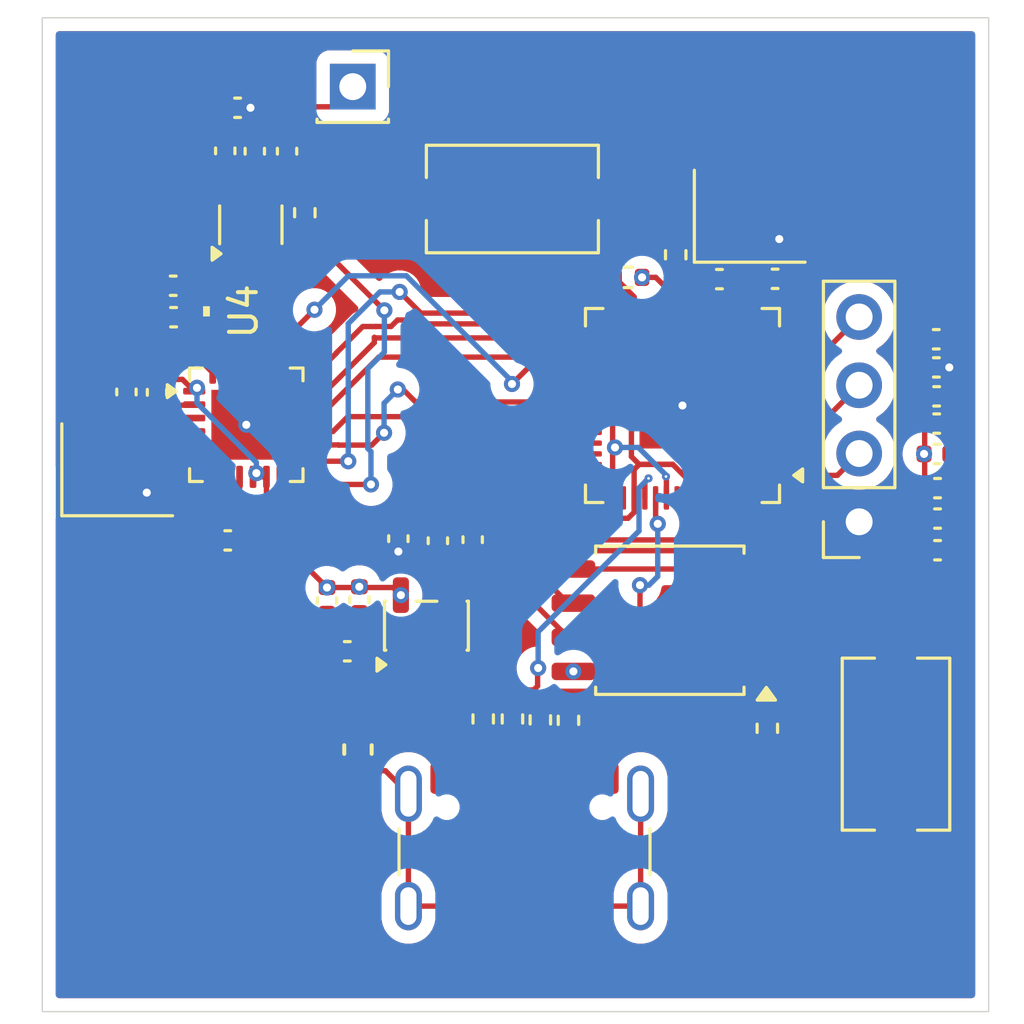
<source format=kicad_pcb>
(kicad_pcb (version 20241229) (generator "pcbnew") (generator_version "9.0")
  (layers (0 "F.Cu" signal) (4 "In1.Cu" signal) (6 "In2.Cu" signal) (2 "B.Cu" signal) (13 "F.Paste" user) (15 "B.Paste" user) (5 "F.SilkS" user "F.Silkscreen") (7 "B.SilkS" user "B.Silkscreen") (1 "F.Mask" user) (3 "B.Mask" user) (25 "Edge.Cuts" user))
  (net 0 "")
  (net 1 "Net-(AE1-A)")
  (net 2 "Earth")
  (net 3 "+3V3")
  (net 4 "/SX_VR_PA")
  (net 5 "Net-(C4-Pad2)")
  (net 6 "Net-(U3-CTRL)")
  (net 7 "Net-(C7-Pad2)")
  (net 8 "Net-(U3-RFIN)")
  (net 9 "/XIN")
  (net 10 "Net-(C10-Pad1)")
  (net 11 "Net-(C11-Pad2)")
  (net 12 "+1V1")
  (net 13 "VBUS")
  (net 14 "Net-(J1-SHIELD)")
  (net 16 "/USB_DM")
  (net 17 "/USB_DP")
  (net 18 "Net-(J1-CC2)")
  (net 19 "Net-(J1-CC1)")
  (net 21 "Net-(U1-DCC_SW)")
  (net 22 "/SX_RFO")
  (net 23 "/SX_DIO2")
  (net 24 "Net-(U2-USB_DM)")
  (net 25 "Net-(U2-USB_DP)")
  (net 26 "/RUN")
  (net 27 "/XOUT")
  (net 28 "/SPI_MISO")
  (net 29 "/SX_RFI_P")
  (net 30 "/SX_BUSY")
  (net 31 "/SPI_CLK")
  (net 32 "/SX_DIO1")
  (net 33 "/SX_NSS")
  (net 34 "/SX_DIO3")
  (net 35 "/SX_RFI_N")
  (net 36 "/SX_XTA")
  (net 37 "/SX_XTB")
  (net 38 "/SX_NRST")
  (net 39 "/SPI_MOSI")
  (net 43 "/QSPI_SD1")
  (net 44 "/SDA")
  (net 45 "/QSPI_SD2")
  (net 49 "/QSPI_SD0")
  (net 59 "/QSPI_SCLK")
  (net 60 "/QSPI_SD3")
  (net 62 "/QSPI_SS")
  (net 67 "/SCL")
  (net 72 "Net-(U3-RF2)")
  (net 73 "Net-(U3-RF1)")
  (net 75 "Net-(R8-Pad2)")
  (net 76 "Net-(U1-VREG)")
  (footprint "Capacitor_SMD:C_0402_1005Metric" (layer "F.Cu") (at 141.508912 83.763954 180)
    (property "Reference" "C25" (hide yes))
    (property "Value" "10uF" (hide yes))
  )
  (footprint "Connector_PinSocket_2.54mm:PinSocket_1x01_P2.54mm_Vertical" (layer "F.Cu") (at 141.712438 62.755749)
    (property "Reference" "AE1" (hide yes))
    (property "Value" "Antenna" (hide yes))
  )
  (footprint "Package_DFN_QFN:QFN-56-1EP_7x7mm_P0.4mm_EP3.2x3.2mm" (layer "F.Cu") (at 153.98125 74.61875 180)
    (property "Reference" "U2" (hide yes))
    (property "Value" "RP2040" (hide yes))
  )
  (footprint "Connector_PinSocket_2.54mm:PinSocket_1x04_P2.54mm_Vertical" (layer "F.Cu") (at 160.554252 78.945382 180)
    (property "Reference" "J2" (hide yes))
    (property "Value" "Conn_01x04" (hide yes))
  )
  (footprint "Resistor_SMD:R_0402_1005Metric" (layer "F.Cu") (at 153.729086 69.010436 -90)
    (property "Reference" "R5" (hide yes))
    (property "Value" "1k" (hide yes))
  )
  (footprint "Capacitor_SMD:C_0402_1005Metric" (layer "F.Cu") (at 137.061371 79.638366)
    (property "Reference" "C3" (hide yes))
    (property "Value" "470nF" (hide yes))
  )
  (footprint "Capacitor_SMD:C_0402_1005Metric" (layer "F.Cu") (at 157.426848 69.905239)
    (property "Reference" "C11" (hide yes))
    (property "Value" "15pF" (hide yes))
  )
  (footprint "Capacitor_SMD:C_0402_1005Metric" (layer "F.Cu") (at 155.355493 69.916283 180)
    (property "Reference" "C10" (hide yes))
    (property "Value" "15pF" (hide yes))
  )
  (footprint "Package_SO:SOIC-8_5.3x5.3mm_P1.27mm" (layer "F.Cu") (at 153.510597 82.607929 180)
    (property "Reference" "U5" (hide yes))
    (property "Value" "W25Q16JVSS" (hide yes))
  )
  (footprint "0900FM15D0039001E:0900FM15D0039E_JOT" (layer "F.Cu") (at 137.650665 71.115034 90)
    (property "Reference" "U4")
    (property "Value" "0900FM15D0039E" (hide yes))
  )
  (footprint "Resistor_SMD:R_0402_1005Metric" (layer "F.Cu") (at 157.138201 86.629057 -90)
    (property "Reference" "R8" (hide yes))
    (property "Value" "1K" (hide yes))
  )
  (footprint "Button_Switch_SMD:SW_Tactile_SPST_NO_Straight_CK_PTS636Sx25SMTRLFS" (layer "F.Cu") (at 161.925 87.21875 -90)
    (property "Reference" "SW1" (hide yes))
    (property "Value" "SW_Push" (hide yes))
  )
  (footprint "Capacitor_SMD:C_0402_1005Metric" (layer "F.Cu") (at 163.449348 76.420248)
    (property "Reference" "C17" (hide yes))
    (property "Value" "100nF" (hide yes))
  )
  (footprint "Package_DFN_QFN:QFN-24-1EP_4x4mm_P0.5mm_EP2.6x2.6mm" (layer "F.Cu") (at 137.751427 75.335605)
    (property "Reference" "U1" (hide yes))
    (property "Value" "SX1262IMLTRT" (hide yes))
  )
  (footprint "Capacitor_SMD:C_0402_1005Metric" (layer "F.Cu") (at 163.422815 72.154566)
    (property "Reference" "C19" (hide yes))
    (property "Value" "100nF" (hide yes))
  )
  (footprint "Resistor_SMD:R_0402_1005Metric" (layer "F.Cu") (at 146.566225 86.280261 90)
    (property "Reference" "R6" (hide yes))
    (property "Value" "5.1k" (hide yes))
  )
  (footprint "Capacitor_SMD:C_0402_1005Metric" (layer "F.Cu") (at 144.880355 79.650218 90)
    (property "Reference" "C20" (hide yes))
    (property "Value" "1uF" (hide yes))
  )
  (footprint "Resistor_SMD:R_0402_1005Metric" (layer "F.Cu") (at 139.930035 67.44595 90)
    (property "Reference" "R1" (hide yes))
    (property "Value" "100" (hide yes))
  )
  (footprint "Resistor_SMD:R_0402_1005Metric" (layer "F.Cu") (at 148.692646 86.315122 -90)
    (property "Reference" "R3" (hide yes))
    (property "Value" "27.4" (hide yes))
  )
  (footprint "Capacitor_SMD:C_0402_1005Metric" (layer "F.Cu") (at 163.43769 74.277984)
    (property "Reference" "C12" (hide yes))
    (property "Value" "1uF" (hide yes))
  )
  (footprint "Crystal:Crystal_SMD_Abracon_ABM8G-4Pin_3.2x2.5mm" (layer "F.Cu") (at 156.482053 67.576054)
    (property "Reference" "Y2" (hide yes))
    (property "Value" "12MHz" (hide yes))
  )
  (footprint "Resistor_SMD:R_0402_1005Metric" (layer "F.Cu") (at 147.654502 86.281484 -90)
    (property "Reference" "R2" (hide yes))
    (property "Value" "27.4" (hide yes))
  )
  (footprint "Resistor_SMD:R_0402_1005Metric" (layer "F.Cu") (at 149.73876 86.332812 -90)
    (property "Reference" "R7" (hide yes))
    (property "Value" "5.1k" (hide yes))
  )
  (footprint "Capacitor_SMD:C_0402_1005Metric" (layer "F.Cu") (at 135.032774 70.163151 180)
    (property "Reference" "C5" (hide yes))
    (property "Value" "47nF" (hide yes))
  )
  (footprint "Capacitor_SMD:C_0402_1005Metric" (layer "F.Cu") (at 146.174645 79.610997 -90)
    (property "Reference" "C21" (hide yes))
    (property "Value" "100nF" (hide yes))
  )
  (footprint "Package_TO_SOT_SMD:SOT-363_SC-70-6" (layer "F.Cu") (at 137.919623 67.89245 90)
    (property "Reference" "U3" (hide yes))
    (property "Value" "PE4259" (hide yes))
  )
  (footprint "Capacitor_SMD:C_0402_1005Metric" (layer "F.Cu") (at 139.268219 65.156901 90)
    (property "Reference" "C6" (hide yes))
    (property "Value" "1nF" (hide yes))
  )
  (footprint "Inductor_SMD:L_0402_1005Metric" (layer "F.Cu") (at 135.105652 72.50267 180)
    (property "Reference" "L2" (hide yes))
    (property "Value" "47nH" (hide yes))
  )
  (footprint "Inductor_SMD:L_0402_1005Metric" (layer "F.Cu") (at 139.023189 63.019883 -90)
    (property "Reference" "L3" (hide yes))
    (property "Value" "9.1nH" (hide yes))
  )
  (footprint "Capacitor_SMD:C_0402_1005Metric" (layer "F.Cu") (at 163.471416 80.003742)
    (property "Reference" "C14" (hide yes))
    (property "Value" "100nF" (hide yes))
  )
  (footprint "Connector_USB:USB_C_Receptacle_GCT_USB4105-xx-A_16P_TopMnt_Horizontal" (layer "F.Cu") (at 148.103214 92.170073)
    (property "Reference" "J1" (hide yes))
    (property "Value" "USB_C_Receptacle_USB2.0_16P" (hide yes))
  )
  (footprint "PCM_JLCPCB:FB_0603" (layer "F.Cu") (at 141.905702 87.418929 90)
    (property "Reference" "FB1" (hide yes))
    (property "Value" "BLM15AX102SN1D" (hide yes))
  )
  (footprint "Resistor_SMD:R_0402_1005Metric" (layer "F.Cu") (at 151.966586 69.851505 180)
    (property "Reference" "R4" (hide yes))
    (property "Value" "10k" (hide yes))
  )
  (footprint "Inductor_SMD:L_0402_1005Metric" (layer "F.Cu") (at 137.026913 78.525181 180)
    (property "Reference" "L1" (hide yes))
    (property "Value" "15uH" (hide yes))
  )
  (footprint "Capacitor_SMD:C_0402_1005Metric" (layer "F.Cu") (at 137.428014 63.541647)
    (property "Reference" "C8" (hide yes))
    (property "Value" "3.3pF" (hide yes))
  )
  (footprint "Package_TO_SOT_SMD:SOT-23-5" (layer "F.Cu") (at 144.453077 82.812088 90)
    (property "Reference" "U6" (hide yes))
    (property "Value" "AP2112K-3.3" (hide yes))
  )
  (footprint "Capacitor_SMD:C_0402_1005Metric" (layer "F.Cu") (at 141.957997 81.844006 -90)
    (property "Reference" "C24" (hide yes))
    (property "Value" "10uF" (hide yes))
  )
  (footprint "Capacitor_SMD:C_0402_1005Metric" (layer "F.Cu") (at 163.438548 75.291609)
    (property "Reference" "C16" (hide yes))
    (property "Value" "100nF" (hide yes))
  )
  (footprint "Capacitor_SMD:C_0402_1005Metric" (layer "F.Cu") (at 134.428902 74.127959 -90)
    (property "Reference" "C1" (hide yes))
    (property "Value" "100nF" (hide yes))
  )
  (footprint "Capacitor_SMD:C_0402_1005Metric" (layer "F.Cu") (at 143.409571 79.572689 -90)
    (property "Reference" "C22" (hide yes))
    (property "Value" "100nF" (hide yes))
  )
  (footprint "Capacitor_SMD:C_0402_1005Metric" (layer "F.Cu") (at 140.754366 81.871089 -90)
    (property "Reference" "C23" (hide yes))
    (property "Value" "100nF" (hide yes))
  )
  (footprint "Capacitor_SMD:C_0402_1005Metric" (layer "F.Cu") (at 135.046509 71.333436 180)
    (property "Reference" "C4" (hide yes))
    (property "Value" "47pF" (hide yes))
  )
  (footprint "Capacitor_SMD:C_0402_1005Metric" (layer "F.Cu") (at 136.968596 65.144266 90)
    (property "Reference" "C7" (hide yes))
    (property "Value" "39nF" (hide yes))
  )
  (footprint "Capacitor_SMD:C_0402_1005Metric" (layer "F.Cu") (at 133.291726 74.115323 90)
    (property "Reference" "C2" (hide yes))
    (property "Value" "100nF" (hide yes))
  )
  (footprint "Button_Switch_SMD:SW_Tactile_SPST_NO_Straight_CK_PTS636Sx25SMTRLFS" (layer "F.Cu") (at 147.651667 66.93611)
    (property "Reference" "SW2" (hide yes))
    (property "Value" "SW_Push" (hide yes))
  )
  (footprint "Capacitor_SMD:C_0402_1005Metric" (layer "F.Cu") (at 163.427748 73.201735)
    (property "Reference" "C15" (hide yes))
    (property "Value" "100nF" (hide yes))
  )
  (footprint "Capacitor_SMD:C_0402_1005Metric" (layer "F.Cu") (at 163.471416 78.82515)
    (property "Reference" "C13" (hide yes))
    (property "Value" "100nF" (hide yes))
  )
  (footprint "Capacitor_SMD:C_0402_1005Metric" (layer "F.Cu") (at 163.470949 77.694693)
    (property "Reference" "C18" (hide yes))
    (property "Value" "100nF" (hide yes))
  )
  (footprint "Capacitor_SMD:C_0402_1005Metric" (layer "F.Cu") (at 138.067866 65.156901 -90)
    (property "Reference" "C9" (hide yes))
    (property "Value" "3.3pF" (hide yes))
  )
  (footprint "Crystal:Crystal_SMD_3225-4Pin_3.2x2.5mm" (layer "F.Cu") (at 132.948026 77.010552)
    (property "Reference" "Y1" (hide yes))
    (property "Value" "32MHz" (hide yes))
  )
  (gr_rect (start 130.161746 60.191682) (end 165.372314 97.170032) (stroke (width 0.05)) (fill no) (layer "Edge.Cuts"))
  (segment (start 138.067866 64.460206) (end 139.023189 63.504883) (width 0.2) (layer "F.Cu") (net 1))
  (segment (start 138.067866 64.676901) (end 138.067866 64.460206) (width 0.2) (layer "F.Cu") (net 1))
  (segment (start 140.963304 63.504883) (end 141.712438 62.755749) (width 0.2) (layer "F.Cu") (net 1))
  (segment (start 139.023189 63.504883) (end 140.963304 63.504883) (width 0.2) (layer "F.Cu") (net 1))
  (segment (start 137.919623 68.84245) (end 137.919623 70.420276) (width 0.2) (layer "F.Cu") (net 2))
  (segment (start 137.400665 71.333234) (end 137.837066 70.896833) (width 0.2) (layer "F.Cu") (net 2))
  (segment (start 138.118866 71.115034) (end 138.549066 71.115034) (width 0.2) (layer "F.Cu") (net 2))
  (segment (start 138.308219 65.636901) (end 139.268219 64.676901) (width 0.2) (layer "F.Cu") (net 2))
  (segment (start 137.182464 71.115034) (end 137.400665 71.333235) (width 0.2) (layer "F.Cu") (net 2))
  (segment (start 135.887927 76.159605) (end 136.927427 76.159605) (width 0.2) (layer "F.Cu") (net 2))
  (segment (start 135.791573 74.607959) (end 135.813927 74.585605) (width 0.2) (layer "F.Cu") (net 2))
  (segment (start 138.501427 74.585605) (end 137.751427 75.335605) (width 0.2) (layer "F.Cu") (net 2))
  (segment (start 155.382053 66.726054) (end 155.882053 66.726054) (width 0.2) (layer "F.Cu") (net 2))
  (segment (start 136.927427 76.159605) (end 137.751427 75.335605) (width 0.2) (layer "F.Cu") (net 2))
  (segment (start 136.752264 71.115034) (end 136.752264 70.587634) (width 0.2) (layer "F.Cu") (net 2))
  (segment (start 137.001427 77.273105) (end 137.001427 76.085605) (width 0.2) (layer "F.Cu") (net 2))
  (segment (start 136.752264 71.115034) (end 137.182464 71.115034) (width 0.2) (layer "F.Cu") (net 2))
  (segment (start 138.067866 65.636901) (end 138.308219 65.636901) (width 0.2) (layer "F.Cu") (net 2))
  (segment (start 138.682466 71.115034) (end 138.803266 71.235834) (width 0.2) (layer "F.Cu") (net 2))
  (segment (start 135.813927 76.085605) (end 135.887927 76.159605) (width 0.2) (layer "F.Cu") (net 2))
  (segment (start 137.400665 71.333235) (end 137.400665 71.790834) (width 0.2) (layer "F.Cu") (net 2))
  (segment (start 137.400665 71.790834) (end 137.400665 71.333234) (width 0.2) (layer "F.Cu") (net 2))
  (segment (start 137.001427 76.085605) (end 137.751427 75.335605) (width 0.2) (layer "F.Cu") (net 2))
  (segment (start 137.900665 70.439234) (end 137.900665 70.896833) (width 0.2) (layer "F.Cu") (net 2))
  (segment (start 137.900665 70.896833) (end 138.118866 71.115034) (width 0.2) (layer "F.Cu") (net 2))
  (segment (start 136.752264 70.587634) (end 136.900664 70.439234) (width 0.2) (layer "F.Cu") (net 2))
  (segment (start 134.428902 74.607959) (end 135.791573 74.607959) (width 0.2) (layer "F.Cu") (net 2))
  (segment (start 138.501427 73.398105) (end 138.501427 74.585605) (width 0.2) (layer "F.Cu") (net 2))
  (segment (start 138.549066 71.115034) (end 138.682466 71.115034) (width 0.2) (layer "F.Cu") (net 2))
  (segment (start 138.501427 72.720224) (end 138.501427 73.398105) (width 0.2) (layer "F.Cu") (net 2))
  (segment (start 137.919623 70.420276) (end 137.900665 70.439234) (width 0.2) (layer "F.Cu") (net 2))
  (segment (start 138.803266 71.235834) (end 138.803266 72.418385) (width 0.2) (layer "F.Cu") (net 2))
  (segment (start 155.882053 66.726054) (end 157.582053 68.426054) (width 0.2) (layer "F.Cu") (net 2))
  (segment (start 138.803266 72.418385) (end 138.501427 72.720224) (width 0.2) (layer "F.Cu") (net 2))
  (segment (start 137.837066 70.896833) (end 137.900665 70.896833) (width 0.2) (layer "F.Cu") (net 2))
  (via (at 157.582053 68.426054) (size 0.6) (drill 0.3) (layers "F.Cu" "B.Cu") (net 2))
  (via (at 153.98125 74.61875) (size 0.6) (drill 0.3) (layers "F.Cu" "B.Cu") (net 2))
  (via (at 137.908014 63.541647) (size 0.6) (drill 0.3) (layers "F.Cu" "B.Cu") (net 2))
  (via (at 163.907748 73.201735) (size 0.6) (drill 0.3) (layers "F.Cu" "B.Cu") (net 2))
  (via (at 134.048026 77.860552) (size 0.6) (drill 0.3) (layers "F.Cu" "B.Cu") (net 2))
  (via (at 137.751427 75.335605) (size 0.6) (drill 0.3) (layers "F.Cu" "B.Cu") (net 2))
  (via (at 143.409571 80.052689) (size 0.6) (drill 0.3) (layers "F.Cu" "B.Cu") (net 2))
  (segment (start 153.78125 70.645976) (end 152.986779 69.851505) (width 0.2) (layer "F.Cu") (net 3))
  (segment (start 134.428902 73.647959) (end 135.376281 73.647959) (width 0.2) (layer "F.Cu") (net 3))
  (segment (start 135.73125 66.675) (end 133.35 69.05625) (width 0.2) (layer "F.Cu") (net 3))
  (segment (start 138.501427 79.13815) (end 138.501427 77.273105) (width 0.2) (layer "F.Cu") (net 3))
  (segment (start 153.38225 77.275781) (end 153.38225 78.05625) (width 0.2) (layer "F.Cu") (net 3))
  (segment (start 151.78125 78.05625) (end 151.38125 77.65625) (width 0.2) (layer "F.Cu") (net 3))
  (segment (start 151.079024 73.61875) (end 150.54375 73.61875) (width 0.2) (layer "F.Cu") (net 3))
  (segment (start 134.428902 73.647959) (end 133.304362 73.647959) (width 0.2) (layer "F.Cu") (net 3))
  (segment (start 157.41875 77.21875) (end 159.740884 77.21875) (width 0.2) (layer "F.Cu") (net 3))
  (segment (start 156.876184 73.61875) (end 156.668166 73.826768) (width 0.2) (layer "F.Cu") (net 3))
  (segment (start 133.341626 72.308759) (end 133.254963 72.395422) (width 0.2) (layer "F.Cu") (net 3))
  (segment (start 151.38125 74.266212) (end 151.382873 74.264589) (width 0.2) (layer "F.Cu") (net 3))
  (segment (start 133.291726 72.830471) (end 133.291726 73.635323) (width 0.2) (layer "F.Cu") (net 3))
  (segment (start 151.38125 77.65625) (end 151.38125 76.2) (width 0.2) (layer "F.Cu") (net 3))
  (segment (start 153.78125 71.18125) (end 153.78125 70.645976) (width 0.2) (layer "F.Cu") (net 3))
  (segment (start 133.35 69.05625) (end 133.35 71.96514) (width 0.2) (layer "F.Cu") (net 3))
  (segment (start 135.813927 74.085605) (end 135.813927 74.063469) (width 0.2) (layer "F.Cu") (net 3))
  (segment (start 140.754366 81.391089) (end 143.219578 81.391089) (width 0.2) (layer "F.Cu") (net 3))
  (segment (start 153.38125 78.05625) (end 153.78125 78.05625) (width 0.2) (layer "F.Cu") (net 3))
  (segment (start 156.668166 73.826768) (end 156.668166 77.00344) (width 0.2) (layer "F.Cu") (net 3))
  (segment (start 151.382873 73.922599) (end 151.079024 73.61875) (width 0.2) (layer "F.Cu") (net 3))
  (segment (start 151.38125 78.05625) (end 151.78125 78.05625) (width 0.2) (layer "F.Cu") (net 3))
  (segment (start 140.754366 81.391089) (end 138.501427 79.13815) (width 0.2) (layer "F.Cu") (net 3))
  (segment (start 151.38125 76.2) (end 151.38125 74.266212) (width 0.2) (layer "F.Cu") (net 3))
  (segment (start 156.884529 77.21875) (end 156.702365 77.036586) (width 0.2) (layer "F.Cu") (net 3))
  (segment (start 137.269623 66.94245) (end 137.002173 66.675) (width 0.2) (layer "F.Cu") (net 3))
  (segment (start 135.376281 73.647959) (end 135.813927 74.085605) (width 0.2) (layer "F.Cu") (net 3))
  (segment (start 135.813927 74.063469) (end 135.91679 73.960606) (width 0.2) (layer "F.Cu") (net 3))
  (segment (start 157.41875 73.61875) (end 156.876184 73.61875) (width 0.2) (layer "F.Cu") (net 3))
  (segment (start 143.219578 81.391089) (end 143.503077 81.674588) (width 0.2) (layer "F.Cu") (net 3))
  (segment (start 152.986779 69.851505) (end 152.476586 69.851505) (width 0.2) (layer "F.Cu") (net 3))
  (segment (start 153.366414 77.259945) (end 153.38225 77.275781) (width 0.2) (layer "F.Cu") (net 3))
  (segment (start 162.991416 72.203167) (end 162.942815 72.154566) (width 0.2) (layer "F.Cu") (net 3))
  (segment (start 151.38125 76.2) (end 151.449781 76.2) (width 0.2) (layer "F.Cu") (net 3))
  (segment (start 151.382873 74.264589) (end 151.382873 73.922599) (width 0.2) (layer "F.Cu") (net 3))
  (segment (start 157.41875 77.21875) (end 156.884529 77.21875) (width 0.2) (layer "F.Cu") (net 3))
  (segment (start 151.449781 76.2) (end 151.469926 76.179855) (width 0.2) (layer "F.Cu") (net 3))
  (segment (start 133.254963 72.793708) (end 133.291726 72.830471) (width 0.2) (layer "F.Cu") (net 3))
  (segment (start 162.991416 80.003742) (end 162.991416 72.203167) (width 0.2) (layer "F.Cu") (net 3))
  (segment (start 159.740884 77.21875) (end 160.554252 76.405382) (width 0.2) (layer "F.Cu") (net 3))
  (segment (start 133.254963 72.395422) (end 133.254963 72.793708) (width 0.2) (layer "F.Cu") (net 3))
  (segment (start 150.54375 77.21875) (end 151.38125 78.05625) (width 0.2) (layer "F.Cu") (net 3))
  (segment (start 137.002173 66.675) (end 135.73125 66.675) (width 0.2) (layer "F.Cu") (net 3))
  (segment (start 133.35 71.96514) (end 133.341626 71.973514) (width 0.2) (layer "F.Cu") (net 3))
  (segment (start 133.304362 73.647959) (end 133.291726 73.635323) (width 0.2) (layer "F.Cu") (net 3))
  (segment (start 156.668166 77.00344) (end 156.884476 77.21975) (width 0.2) (layer "F.Cu") (net 3))
  (segment (start 138.501427 77.273105) (end 138.001427 77.273105) (width 0.2) (layer "F.Cu") (net 3))
  (segment (start 133.341626 71.973514) (end 133.341626 72.308759) (width 0.2) (layer "F.Cu") (net 3))
  (via (at 140.754366 81.391089) (size 0.6) (drill 0.3) (layers "F.Cu" "B.Cu") (net 3))
  (via (at 141.957997 81.364006) (size 0.6) (drill 0.3) (layers "F.Cu" "B.Cu") (net 3))
  (via (at 160.554252 76.405382) (size 0.6) (drill 0.3) (layers "F.Cu" "B.Cu") (net 3))
  (via (at 135.91679 73.960606) (size 0.6) (drill 0.3) (layers "F.Cu" "B.Cu") (net 3))
  (via (at 138.126427 77.135606) (size 0.6) (drill 0.3) (layers "F.Cu" "B.Cu") (net 3))
  (via (at 162.969348 76.420248) (size 0.6) (drill 0.3) (layers "F.Cu" "B.Cu") (net 3))
  (via micro (at 153.366414 77.259945) (size 0.3) (drill 0.1) (layers "F.Cu" "B.Cu") (net 3))
  (via (at 152.476586 69.851505) (size 0.6) (drill 0.3) (layers "F.Cu" "B.Cu") (net 3))
  (via (at 149.923097 84.512929) (size 0.6) (drill 0.3) (layers "F.Cu" "B.Cu") (net 3))
  (via (at 151.469926 76.179855) (size 0.6) (drill 0.3) (layers "F.Cu" "B.Cu") (net 3))
  (via (at 143.503077 81.674588) (size 0.6) (drill 0.3) (layers "F.Cu" "B.Cu") (net 3))
  (segment (start 152.339843 76.179855) (end 153.366414 77.206426) (width 0.2) (layer "B.Cu") (net 3))
  (segment (start 138.126427 76.736574) (end 138.126427 77.135606) (width 0.2) (layer "B.Cu") (net 3))
  (segment (start 151.469926 76.179855) (end 152.339843 76.179855) (width 0.2) (layer "B.Cu") (net 3))
  (segment (start 153.366414 77.206426) (end 153.366414 77.259945) (width 0.2) (layer "B.Cu") (net 3))
  (segment (start 135.91679 74.526937) (end 138.126427 76.736574) (width 0.2) (layer "B.Cu") (net 3))
  (segment (start 135.91679 73.960606) (end 135.91679 74.526937) (width 0.2) (layer "B.Cu") (net 3))
  (segment (start 135.605992 72.50267) (end 136.501427 73.398105) (width 0.2) (layer "F.Cu") (net 4))
  (segment (start 135.512774 71.319701) (end 135.526509 71.333436) (width 0.2) (layer "F.Cu") (net 4))
  (segment (start 135.526509 72.438527) (end 135.590652 72.50267) (width 0.2) (layer "F.Cu") (net 4))
  (segment (start 135.526509 71.333436) (end 135.526509 72.438527) (width 0.2) (layer "F.Cu") (net 4))
  (segment (start 135.590652 72.50267) (end 135.605992 72.50267) (width 0.2) (layer "F.Cu") (net 4))
  (segment (start 135.512774 70.163151) (end 135.512774 71.319701) (width 0.2) (layer "F.Cu") (net 4))
  (segment (start 134.566509 71.333436) (end 134.566509 70.176886) (width 0.2) (layer "F.Cu") (net 5))
  (segment (start 134.566509 70.176886) (end 134.552774 70.163151) (width 0.2) (layer "F.Cu") (net 5))
  (segment (start 139.268219 65.636901) (end 139.268219 66.243854) (width 0.2) (layer "F.Cu") (net 6))
  (segment (start 139.930035 66.90567) (end 139.268219 66.243854) (width 0.2) (layer "F.Cu") (net 6))
  (segment (start 139.930035 66.93595) (end 139.930035 66.90567) (width 0.2) (layer "F.Cu") (net 6))
  (segment (start 139.268219 66.243854) (end 138.569623 66.94245) (width 0.2) (layer "F.Cu") (net 6))
  (segment (start 139.023189 62.534883) (end 137.954778 62.534883) (width 0.2) (layer "F.Cu") (net 7))
  (segment (start 136.968596 64.664266) (end 136.968596 63.562229) (width 0.2) (layer "F.Cu") (net 7))
  (segment (start 137.954778 62.534883) (end 136.948014 63.541647) (width 0.2) (layer "F.Cu") (net 7))
  (segment (start 136.968596 63.562229) (end 136.948014 63.541647) (width 0.2) (layer "F.Cu") (net 7))
  (segment (start 137.919623 66.575293) (end 137.919623 66.94245) (width 0.2) (layer "F.Cu") (net 8))
  (segment (start 136.968596 65.624266) (end 137.919623 66.575293) (width 0.2) (layer "F.Cu") (net 8))
  (segment (start 154.875493 68.932614) (end 155.382053 68.426054) (width 0.2) (layer "F.Cu") (net 9))
  (segment (start 154.58125 71.18125) (end 154.58125 70.645976) (width 0.2) (layer "F.Cu") (net 9))
  (segment (start 154.58125 70.645976) (end 154.875493 70.351733) (width 0.2) (layer "F.Cu") (net 9))
  (segment (start 154.875493 70.351733) (end 154.875493 69.916283) (width 0.2) (layer "F.Cu") (net 9))
  (segment (start 154.875493 69.916283) (end 154.875493 68.932614) (width 0.2) (layer "F.Cu") (net 9))
  (segment (start 156.935804 69.916283) (end 156.946848 69.905239) (width 0.2) (layer "F.Cu") (net 10))
  (segment (start 155.835493 69.916283) (end 156.935804 69.916283) (width 0.2) (layer "F.Cu") (net 10))
  (segment (start 157.906848 69.905239) (end 158.583053 69.229034) (width 0.2) (layer "F.Cu") (net 11))
  (segment (start 156.681053 65.825054) (end 157.582053 66.726054) (width 0.2) (layer "F.Cu") (net 11))
  (segment (start 153.729086 68.500436) (end 153.729086 66.792861) (width 0.2) (layer "F.Cu") (net 11))
  (segment (start 158.583053 67.727054) (end 157.582053 66.726054) (width 0.2) (layer "F.Cu") (net 11))
  (segment (start 154.696893 65.825054) (end 156.681053 65.825054) (width 0.2) (layer "F.Cu") (net 11))
  (segment (start 158.583053 69.229034) (end 158.583053 67.727054) (width 0.2) (layer "F.Cu") (net 11))
  (segment (start 153.729086 66.792861) (end 154.696893 65.825054) (width 0.2) (layer "F.Cu") (net 11))
  (segment (start 152.18125 78.05625) (end 152.18125 76.999381) (width 0.2) (layer "F.Cu") (net 12))
  (segment (start 153.38125 71.714524) (end 153.38125 71.18125) (width 0.2) (layer "F.Cu") (net 12))
  (segment (start 152.08025 76.51975) (end 152.08025 72.324858) (width 0.2) (layer "F.Cu") (net 12))
  (segment (start 152.08025 72.324858) (end 152.437472 71.967636) (width 0.2) (layer "F.Cu") (net 12))
  (segment (start 143.409571 79.092689) (end 144.802826 79.092689) (width 0.2) (layer "F.Cu") (net 12))
  (segment (start 151.957401 78.815373) (end 152.18125 78.591524) (width 0.2) (layer "F.Cu") (net 12))
  (segment (start 154.18125 77.371949) (end 153.619246 76.809945) (width 0.2) (layer "F.Cu") (net 12))
  (segment (start 152.18125 78.591524) (end 152.18125 78.05625) (width 0.2) (layer "F.Cu") (net 12))
  (segment (start 144.802826 79.092689) (end 144.880355 79.170218) (width 0.2) (layer "F.Cu") (net 12))
  (segment (start 152.370686 76.809945) (end 153.619246 76.809945) (width 0.2) (layer "F.Cu") (net 12))
  (segment (start 153.38225 71.715524) (end 153.38125 71.714524) (width 0.2) (layer "F.Cu") (net 12))
  (segment (start 146.135424 79.170218) (end 146.174645 79.130997) (width 0.2) (layer "F.Cu") (net 12))
  (segment (start 144.880355 79.170218) (end 146.135424 79.170218) (width 0.2) (layer "F.Cu") (net 12))
  (segment (start 153.619246 76.809945) (end 152.370445 76.809945) (width 0.2) (layer "F.Cu") (net 12))
  (segment (start 152.437472 71.967636) (end 153.130138 71.967636) (width 0.2) (layer "F.Cu") (net 12))
  (segment (start 146.490269 78.815373) (end 151.957401 78.815373) (width 0.2) (layer "F.Cu") (net 12))
  (segment (start 146.174645 79.130997) (end 146.490269 78.815373) (width 0.2) (layer "F.Cu") (net 12))
  (segment (start 153.130138 71.967636) (end 153.38225 71.715524) (width 0.2) (layer "F.Cu") (net 12))
  (segment (start 152.18125 76.999381) (end 152.370686 76.809945) (width 0.2) (layer "F.Cu") (net 12))
  (segment (start 152.370445 76.809945) (end 152.08025 76.51975) (width 0.2) (layer "F.Cu") (net 12))
  (segment (start 154.18125 78.05625) (end 154.18125 77.371949) (width 0.2) (layer "F.Cu") (net 12))
  (segment (start 145.703214 89.065072) (end 146.405215 89.767073) (width 0.2) (layer "F.Cu") (net 13))
  (segment (start 149.835206 89.767073) (end 150.503214 89.099065) (width 0.2) (layer "F.Cu") (net 13))
  (segment (start 143.317443 83.763954) (end 143.503077 83.949588) (width 0.2) (layer "F.Cu") (net 13))
  (segment (start 145.403077 83.490577) (end 145.403077 83.949588) (width 0.2) (layer "F.Cu") (net 13))
  (segment (start 146.405215 89.767073) (end 149.835206 89.767073) (width 0.2) (layer "F.Cu") (net 13))
  (segment (start 145.703214 88.490073) (end 145.703214 84.249725) (width 0.2) (layer "F.Cu") (net 13))
  (segment (start 145.703214 84.249725) (end 145.403077 83.949588) (width 0.2) (layer "F.Cu") (net 13))
  (segment (start 143.503077 83.949588) (end 143.503077 83.287089) (width 0.2) (layer "F.Cu") (net 13))
  (segment (start 141.988912 83.763954) (end 143.317443 83.763954) (width 0.2) (layer "F.Cu") (net 13))
  (segment (start 144.898588 82.986088) (end 145.403077 83.490577) (width 0.2) (layer "F.Cu") (net 13))
  (segment (start 150.503214 89.099065) (end 150.503214 88.490073) (width 0.2) (layer "F.Cu") (net 13))
  (segment (start 143.804078 82.986088) (end 144.898588 82.986088) (width 0.2) (layer "F.Cu") (net 13))
  (segment (start 143.503077 83.287089) (end 143.804078 82.986088) (width 0.2) (layer "F.Cu") (net 13))
  (segment (start 145.703214 88.490073) (end 145.703214 89.065072) (width 0.2) (layer "F.Cu") (net 13))
  (segment (start 142.92707 88.208929) (end 143.783214 89.065073) (width 0.2) (layer "F.Cu") (net 14))
  (segment (start 152.423214 93.245073) (end 152.423214 89.065073) (width 0.2) (layer "F.Cu") (net 14))
  (segment (start 141.905702 88.208929) (end 142.92707 88.208929) (width 0.2) (layer "F.Cu") (net 14))
  (segment (start 143.783214 93.245073) (end 152.423214 93.245073) (width 0.2) (layer "F.Cu") (net 14))
  (segment (start 143.783214 89.065073) (end 143.783214 93.245073) (width 0.2) (layer "F.Cu") (net 14))
  (segment (start 148.086038 89.366073) (end 148.353214 89.098897) (width 0.2) (layer "F.Cu") (net 16))
  (segment (start 147.353214 89.098897) (end 147.62039 89.366073) (width 0.2) (layer "F.Cu") (net 16))
  (segment (start 147.353214 87.092772) (end 147.353214 88.490073) (width 0.2) (layer "F.Cu") (net 16))
  (segment (start 147.353214 88.490073) (end 147.353214 89.098897) (width 0.2) (layer "F.Cu") (net 16))
  (segment (start 147.62039 89.366073) (end 148.086038 89.366073) (width 0.2) (layer "F.Cu") (net 16))
  (segment (start 147.654502 86.791484) (end 147.353214 87.092772) (width 0.2) (layer "F.Cu") (net 16))
  (segment (start 148.353214 89.098897) (end 148.353214 88.490073) (width 0.2) (layer "F.Cu") (net 16))
  (segment (start 147.853214 87.664554) (end 147.853214 88.490073) (width 0.2) (layer "F.Cu") (net 17))
  (segment (start 148.692646 86.825122) (end 147.853214 87.664554) (width 0.2) (layer "F.Cu") (net 17))
  (segment (start 148.853214 86.98569) (end 148.853214 88.490073) (width 0.2) (layer "F.Cu") (net 17))
  (segment (start 148.692646 86.825122) (end 148.853214 86.98569) (width 0.2) (layer "F.Cu") (net 17))
  (segment (start 149.73876 86.842812) (end 149.853214 86.957266) (width 0.2) (layer "F.Cu") (net 18))
  (segment (start 149.853214 86.957266) (end 149.853214 88.490073) (width 0.2) (layer "F.Cu") (net 18))
  (segment (start 146.853214 87.07725) (end 146.566225 86.790261) (width 0.2) (layer "F.Cu") (net 19))
  (segment (start 146.853214 88.490073) (end 146.853214 87.07725) (width 0.2) (layer "F.Cu") (net 19))
  (segment (start 137.501427 77.273105) (end 137.501427 78.514695) (width 0.2) (layer "F.Cu") (net 21))
  (segment (start 137.501427 78.514695) (end 137.511913 78.525181) (width 0.2) (layer "F.Cu") (net 21))
  (segment (start 136.349664 70.062491) (end 136.349664 71.543034) (width 0.2) (layer "F.Cu") (net 22))
  (segment (start 134.620652 72.50267) (end 133.971774 71.853792) (width 0.2) (layer "F.Cu") (net 22))
  (segment (start 133.971774 71.853792) (end 133.971774 69.806601) (width 0.2) (layer "F.Cu") (net 22))
  (segment (start 136.349664 71.543034) (end 136.597464 71.790834) (width 0.2) (layer "F.Cu") (net 22))
  (segment (start 136.927427 71.817597) (end 136.927427 73.324105) (width 0.2) (layer "F.Cu") (net 22))
  (segment (start 135.839324 69.552151) (end 136.349664 70.062491) (width 0.2) (layer "F.Cu") (net 22))
  (segment (start 136.927427 73.324105) (end 137.001427 73.398105) (width 0.2) (layer "F.Cu") (net 22))
  (segment (start 134.226224 69.552151) (end 135.839324 69.552151) (width 0.2) (layer "F.Cu") (net 22))
  (segment (start 136.900664 71.790834) (end 136.927427 71.817597) (width 0.2) (layer "F.Cu") (net 22))
  (segment (start 136.597464 71.790834) (end 136.900664 71.790834) (width 0.2) (layer "F.Cu") (net 22))
  (segment (start 133.971774 69.806601) (end 134.226224 69.552151) (width 0.2) (layer "F.Cu") (net 22))
  (segment (start 139.930035 68.119268) (end 139.930035 67.95595) (width 0.2) (layer "F.Cu") (net 23))
  (segment (start 139.001427 77.701403) (end 139.001427 77.273105) (width 0.2) (layer "F.Cu") (net 23))
  (segment (start 140.867946 77.981139) (end 140.100529 77.981139) (width 0.2) (layer "F.Cu") (net 23))
  (segment (start 140.100036 77.980646) (end 139.28067 77.980646) (width 0.2) (layer "F.Cu") (net 23))
  (segment (start 139.28067 77.980646) (end 139.001427 77.701403) (width 0.2) (layer "F.Cu") (net 23))
  (segment (start 142.8886 71.077833) (end 139.930035 68.119268) (width 0.2) (layer "F.Cu") (net 23))
  (segment (start 141.29299 77.556095) (end 140.867946 77.981139) (width 0.2) (layer "F.Cu") (net 23))
  (segment (start 142.390273 77.556095) (end 141.29299 77.556095) (width 0.2) (layer "F.Cu") (net 23))
  (segment (start 140.100529 77.981139) (end 140.100036 77.980646) (width 0.2) (layer "F.Cu") (net 23))
  (via (at 142.390273 77.556095) (size 0.6) (drill 0.3) (layers "F.Cu" "B.Cu") (net 23))
  (via (at 142.8886 71.077833) (size 0.6) (drill 0.3) (layers "F.Cu" "B.Cu") (net 23))
  (segment (start 142.273019 76.216624) (end 142.273019 73.247025) (width 0.2) (layer "B.Cu") (net 23))
  (segment (start 142.390273 77.556095) (end 142.390273 76.333878) (width 0.2) (layer "B.Cu") (net 23))
  (segment (start 142.273019 73.247025) (end 142.8886 72.631444) (width 0.2) (layer "B.Cu") (net 23))
  (segment (start 142.390273 76.333878) (end 142.273019 76.216624) (width 0.2) (layer "B.Cu") (net 23))
  (segment (start 142.8886 72.631444) (end 142.8886 71.077833) (width 0.2) (layer "B.Cu") (net 23))
  (segment (start 152.58125 77.466867) (end 152.717859 77.330258) (width 0.2) (layer "F.Cu") (net 24))
  (segment (start 152.58125 78.05625) (end 152.58125 77.466867) (width 0.2) (layer "F.Cu") (net 24))
  (segment (start 148.59028 84.406201) (end 148.59028 85.056834) (width 0.2) (layer "F.Cu") (net 24))
  (segment (start 148.59028 85.056834) (end 148.445628 85.201486) (width 0.2) (layer "F.Cu") (net 24))
  (segment (start 147.654502 85.503267) (end 147.654502 85.771484) (width 0.2) (layer "F.Cu") (net 24))
  (segment (start 148.610597 84.385884) (end 148.59028 84.406201) (width 0.2) (layer "F.Cu") (net 24))
  (segment (start 148.445628 85.201486) (end 147.956283 85.201486) (width 0.2) (layer "F.Cu") (net 24))
  (segment (start 147.956283 85.201486) (end 147.654502 85.503267) (width 0.2) (layer "F.Cu") (net 24))
  (via (at 148.610597 84.385884) (size 0.6) (drill 0.3) (layers "F.Cu" "B.Cu") (net 24))
  (via micro (at 152.717859 77.330258) (size 0.3) (drill 0.1) (layers "F.Cu" "B.Cu") (net 24))
  (segment (start 148.610597 83.039975) (end 152.363358 79.287214) (width 0.2) (layer "B.Cu") (net 24))
  (segment (start 152.363358 77.684759) (end 152.717859 77.330258) (width 0.2) (layer "B.Cu") (net 24))
  (segment (start 148.610597 84.385884) (end 148.610597 83.039975) (width 0.2) (layer "B.Cu") (net 24))
  (segment (start 152.363358 79.287214) (end 152.363358 77.684759) (width 0.2) (layer "B.Cu") (net 24))
  (segment (start 152.4 83.508516) (end 152.4 81.302929) (width 0.2) (layer "F.Cu") (net 25))
  (segment (start 152.98125 78.05625) (end 152.98125 78.940462) (width 0.2) (layer "F.Cu") (net 25))
  (segment (start 150.656704 85.251812) (end 152.4 83.508516) (width 0.2) (layer "F.Cu") (net 25))
  (segment (start 149.245956 85.251812) (end 150.656704 85.251812) (width 0.2) (layer "F.Cu") (net 25))
  (segment (start 148.692646 85.805122) (end 149.245956 85.251812) (width 0.2) (layer "F.Cu") (net 25))
  (segment (start 152.98125 78.940462) (end 153.06118 79.020392) (width 0.2) (layer "F.Cu") (net 25))
  (via (at 152.4 81.302929) (size 0.6) (drill 0.3) (layers "F.Cu" "B.Cu") (net 25))
  (via (at 153.06118 79.020392) (size 0.6) (drill 0.3) (layers "F.Cu" "B.Cu") (net 25))
  (segment (start 153.06118 79.024208) (end 153.06118 79.020392) (width 0.2) (layer "B.Cu") (net 25))
  (segment (start 152.734242 81.302929) (end 153.059551 80.97762) (width 0.2) (layer "B.Cu") (net 25))
  (segment (start 152.4 81.302929) (end 152.734242 81.302929) (width 0.2) (layer "B.Cu") (net 25))
  (segment (start 153.059551 79.025837) (end 153.06118 79.024208) (width 0.2) (layer "B.Cu") (net 25))
  (segment (start 153.059551 80.97762) (end 153.059551 79.025837) (width 0.2) (layer "B.Cu") (net 25))
  (segment (start 151.456586 69.851505) (end 152.18125 70.576169) (width 0.2) (layer "F.Cu") (net 26))
  (segment (start 152.18125 70.576169) (end 152.18125 71.18125) (width 0.2) (layer "F.Cu") (net 26))
  (segment (start 151.456586 67.006191) (end 151.526667 66.93611) (width 0.2) (layer "F.Cu") (net 26))
  (segment (start 151.456586 69.851505) (end 151.456586 67.006191) (width 0.2) (layer "F.Cu") (net 26))
  (segment (start 154.02871 69.520436) (end 154.18125 69.672976) (width 0.2) (layer "F.Cu") (net 27))
  (segment (start 153.729086 69.520436) (end 154.02871 69.520436) (width 0.2) (layer "F.Cu") (net 27))
  (segment (start 154.18125 71.18125) (end 154.18125 69.672976) (width 0.2) (layer "F.Cu") (net 27))
  (segment (start 140.414085 75.085605) (end 142.68094 72.81875) (width 0.2) (layer "F.Cu") (net 28))
  (segment (start 142.68094 72.81875) (end 150.54375 72.81875) (width 0.2) (layer "F.Cu") (net 28))
  (segment (start 139.688927 75.085605) (end 140.414085 75.085605) (width 0.2) (layer "F.Cu") (net 28))
  (segment (start 138.303265 72.299793) (end 138.001427 72.601631) (width 0.2) (layer "F.Cu") (net 29))
  (segment (start 138.400666 71.790834) (end 138.303265 71.888235) (width 0.2) (layer "F.Cu") (net 29))
  (segment (start 138.303265 71.888235) (end 138.303265 72.299793) (width 0.2) (layer "F.Cu") (net 29))
  (segment (start 138.001427 72.601631) (end 138.001427 73.398105) (width 0.2) (layer "F.Cu") (net 29))
  (segment (start 149.345721 74.487506) (end 149.815477 74.01775) (width 0.2) (layer "F.Cu") (net 30))
  (segment (start 142.877639 75.634266) (end 142.41973 76.092175) (width 0.2) (layer "F.Cu") (net 30))
  (segment (start 142.41973 76.092175) (end 141.189954 76.092175) (width 0.2) (layer "F.Cu") (net 30))
  (segment (start 149.81975 74.01775) (end 150.007476 74.01775) (width 0.2) (layer "F.Cu") (net 30))
  (segment (start 143.583665 74.022314) (end 144.048857 74.487506) (width 0.2) (layer "F.Cu") (net 30))
  (segment (start 149.815477 74.01775) (end 149.81975 74.01775) (width 0.2) (layer "F.Cu") (net 30))
  (segment (start 149.82075 74.01875) (end 149.81975 74.01775) (width 0.2) (layer "F.Cu") (net 30))
  (segment (start 141.189954 76.092175) (end 141.183384 76.085605) (width 0.2) (layer "F.Cu") (net 30))
  (segment (start 143.389229 74.022314) (end 143.583665 74.022314) (width 0.2) (layer "F.Cu") (net 30))
  (segment (start 150.54375 74.01875) (end 149.82075 74.01875) (width 0.2) (layer "F.Cu") (net 30))
  (segment (start 141.183384 76.085605) (end 139.688927 76.085605) (width 0.2) (layer "F.Cu") (net 30))
  (segment (start 144.048857 74.487506) (end 149.345721 74.487506) (width 0.2) (layer "F.Cu") (net 30))
  (via (at 142.877639 75.634266) (size 0.6) (drill 0.3) (layers "F.Cu" "B.Cu") (net 30))
  (via (at 143.389229 74.022314) (size 0.6) (drill 0.3) (layers "F.Cu" "B.Cu") (net 30))
  (segment (start 143.389229 74.022314) (end 142.877639 74.533904) (width 0.2) (layer "B.Cu") (net 30))
  (segment (start 142.877639 74.533904) (end 142.877639 75.634266) (width 0.2) (layer "B.Cu") (net 30))
  (segment (start 142.567173 71.680747) (end 142.569087 71.678833) (width 0.2) (layer "F.Cu") (net 31))
  (segment (start 144.079543 71.58225) (end 150.10725 71.58225) (width 0.2) (layer "F.Cu") (net 31))
  (segment (start 142.569087 71.678833) (end 143.137543 71.678833) (width 0.2) (layer "F.Cu") (net 31))
  (segment (start 139.688927 74.085605) (end 141.097547 72.676985) (width 0.2) (layer "F.Cu") (net 31))
  (segment (start 141.097547 72.667707) (end 142.084507 71.680747) (width 0.2) (layer "F.Cu") (net 31))
  (segment (start 150.10725 71.58225) (end 150.54375 72.01875) (width 0.2) (layer "F.Cu") (net 31))
  (segment (start 143.934793 71.4375) (end 144.079543 71.58225) (width 0.2) (layer "F.Cu") (net 31))
  (segment (start 143.378876 71.4375) (end 143.934793 71.4375) (width 0.2) (layer "F.Cu") (net 31))
  (segment (start 141.097547 72.676985) (end 141.097547 72.667707) (width 0.2) (layer "F.Cu") (net 31))
  (segment (start 143.137543 71.678833) (end 143.378876 71.4375) (width 0.2) (layer "F.Cu") (net 31))
  (segment (start 142.084507 71.680747) (end 142.567173 71.680747) (width 0.2) (layer "F.Cu") (net 31))
  (segment (start 148.559924 71.18125) (end 144.245643 71.18125) (width 0.2) (layer "F.Cu") (net 32))
  (segment (start 141.544904 76.692175) (end 139.795497 76.692175) (width 0.2) (layer "F.Cu") (net 32))
  (segment (start 151.38125 71.18125) (end 148.559924 71.18125) (width 0.2) (layer "F.Cu") (net 32))
  (segment (start 144.245643 71.18125) (end 143.457603 70.39321) (width 0.2) (layer "F.Cu") (net 32))
  (segment (start 139.795497 76.692175) (end 139.688927 76.585605) (width 0.2) (layer "F.Cu") (net 32))
  (via (at 141.544904 76.692175) (size 0.6) (drill 0.3) (layers "F.Cu" "B.Cu") (net 32))
  (via (at 143.457603 70.39321) (size 0.6) (drill 0.3) (layers "F.Cu" "B.Cu") (net 32))
  (segment (start 141.544904 71.571586) (end 141.544904 76.692175) (width 0.2) (layer "B.Cu") (net 32))
  (segment (start 142.72328 70.39321) (end 141.544904 71.571586) (width 0.2) (layer "B.Cu") (net 32))
  (segment (start 143.457603 70.39321) (end 142.72328 70.39321) (width 0.2) (layer "B.Cu") (net 32))
  (segment (start 147.6375 73.81875) (end 148.2365 73.21975) (width 0.2) (layer "F.Cu") (net 33))
  (segment (start 139.319152 72.024437) (end 140.287628 71.055961) (width 0.2) (layer "F.Cu") (net 33))
  (segment (start 139.001427 73.398105) (end 139.001427 72.787324) (width 0.2) (layer "F.Cu") (net 33))
  (segment (start 150.54375 73.21875) (end 150.008476 73.21875) (width 0.2) (layer "F.Cu") (net 33))
  (segment (start 148.2365 73.21975) (end 150.007476 73.21975) (width 0.2) (layer "F.Cu") (net 33))
  (segment (start 139.319152 72.469599) (end 139.319152 72.024437) (width 0.2) (layer "F.Cu") (net 33))
  (segment (start 150.008476 73.21875) (end 150.007476 73.21975) (width 0.2) (layer "F.Cu") (net 33))
  (segment (start 139.001427 72.787324) (end 139.319152 72.469599) (width 0.2) (layer "F.Cu") (net 33))
  (via (at 140.287628 71.055961) (size 0.6) (drill 0.3) (layers "F.Cu" "B.Cu") (net 33))
  (via (at 147.6375 73.81875) (size 0.6) (drill 0.3) (layers "F.Cu" "B.Cu") (net 33))
  (segment (start 140.287628 71.055961) (end 141.551379 69.79221) (width 0.2) (layer "B.Cu") (net 33))
  (segment (start 143.706546 69.79221) (end 147.6375 73.723164) (width 0.2) (layer "B.Cu") (net 33))
  (segment (start 141.551379 69.79221) (end 143.706546 69.79221) (width 0.2) (layer "B.Cu") (net 33))
  (segment (start 147.6375 73.723164) (end 147.6375 73.81875) (width 0.2) (layer "B.Cu") (net 33))
  (segment (start 137.900665 71.790834) (end 137.900665 72.135293) (width 0.2) (layer "F.Cu") (net 35))
  (segment (start 137.900665 72.135293) (end 137.501427 72.534531) (width 0.2) (layer "F.Cu") (net 35))
  (segment (start 137.501427 72.534531) (end 137.501427 73.398105) (width 0.2) (layer "F.Cu") (net 35))
  (segment (start 135.122973 75.085605) (end 135.813927 75.085605) (width 0.2) (layer "F.Cu") (net 36))
  (segment (start 134.048026 76.160552) (end 135.122973 75.085605) (width 0.2) (layer "F.Cu") (net 36))
  (segment (start 131.848026 77.860552) (end 132.749026 78.761552) (width 0.2) (layer "F.Cu") (net 37))
  (segment (start 135.100427 75.870807) (end 135.385629 75.585605) (width 0.2) (layer "F.Cu") (net 37))
  (segment (start 134.733186 78.761552) (end 135.100427 78.394311) (width 0.2) (layer "F.Cu") (net 37))
  (segment (start 135.100427 78.394311) (end 135.100427 75.870807) (width 0.2) (layer "F.Cu") (net 37))
  (segment (start 135.385629 75.585605) (end 135.813927 75.585605) (width 0.2) (layer "F.Cu") (net 37))
  (segment (start 132.749026 78.761552) (end 134.733186 78.761552) (width 0.2) (layer "F.Cu") (net 37))
  (segment (start 140.977408 75.585605) (end 141.529747 75.033266) (width 0.2) (layer "F.Cu") (net 38))
  (segment (start 141.529747 75.033266) (end 149.367061 75.033266) (width 0.2) (layer "F.Cu") (net 38))
  (segment (start 139.688927 75.585605) (end 140.977408 75.585605) (width 0.2) (layer "F.Cu") (net 38))
  (segment (start 149.367061 75.033266) (end 149.981577 74.41875) (width 0.2) (layer "F.Cu") (net 38))
  (segment (start 149.981577 74.41875) (end 150.54375 74.41875) (width 0.2) (layer "F.Cu") (net 38))
  (segment (start 142.514982 72.278732) (end 142.514982 72.082394) (width 0.2) (layer "F.Cu") (net 39))
  (segment (start 142.514982 72.082394) (end 142.536967 72.104379) (width 0.2) (layer "F.Cu") (net 39))
  (segment (start 139.688927 74.585605) (end 140.208109 74.585605) (width 0.2) (layer "F.Cu") (net 39))
  (segment (start 140.208109 74.585605) (end 142.514982 72.278732) (width 0.2) (layer "F.Cu") (net 39))
  (segment (start 149.278302 72.41875) (end 150.54375 72.41875) (width 0.2) (layer "F.Cu") (net 39))
  (segment (start 142.536967 72.104379) (end 148.963931 72.104379) (width 0.2) (layer "F.Cu") (net 39))
  (segment (start 148.963931 72.104379) (end 149.278302 72.41875) (width 0.2) (layer "F.Cu") (net 39))
  (segment (start 156.18125 78.05625) (end 156.18125 78.982682) (width 0.2) (layer "F.Cu") (net 43))
  (segment (start 158.036267 79.601509) (end 158.612597 80.177839) (width 0.2) (layer "F.Cu") (net 43))
  (segment (start 157.910596 83.242929) (end 157.098097 83.242929) (width 0.2) (layer "F.Cu") (net 43))
  (segment (start 156.18125 78.982682) (end 156.800077 79.601509) (width 0.2) (layer "F.Cu") (net 43))
  (segment (start 158.612597 82.540928) (end 157.910596 83.242929) (width 0.2) (layer "F.Cu") (net 43))
  (segment (start 156.800077 79.601509) (end 158.036267 79.601509) (width 0.2) (layer "F.Cu") (net 43))
  (segment (start 158.612597 80.177839) (end 158.612597 82.540928) (width 0.2) (layer "F.Cu") (net 43))
  (segment (start 158.400884 76.01875) (end 157.41875 76.01875) (width 0.2) (layer "F.Cu") (net 44))
  (segment (start 160.554252 73.865382) (end 158.400884 76.01875) (width 0.2) (layer "F.Cu") (net 44))
  (segment (start 158.211597 80.343939) (end 157.900573 80.032915) (width 0.2) (layer "F.Cu") (net 45))
  (segment (start 158.211597 81.671928) (end 158.211597 80.343939) (width 0.2) (layer "F.Cu") (net 45))
  (segment (start 157.098097 81.972929) (end 157.910596 81.972929) (width 0.2) (layer "F.Cu") (net 45))
  (segment (start 157.900573 80.032915) (end 156.633977 80.032915) (width 0.2) (layer "F.Cu") (net 45))
  (segment (start 155.78125 79.180188) (end 155.78125 78.05625) (width 0.2) (layer "F.Cu") (net 45))
  (segment (start 156.633977 80.032915) (end 155.78125 79.180188) (width 0.2) (layer "F.Cu") (net 45))
  (segment (start 157.910596 81.972929) (end 158.211597 81.671928) (width 0.2) (layer "F.Cu") (net 45))
  (segment (start 154.265144 80.702929) (end 155.397375 79.570698) (width 0.2) (layer "F.Cu") (net 49))
  (segment (start 155.397375 79.570698) (end 155.38125 79.554573) (width 0.2) (layer "F.Cu") (net 49))
  (segment (start 155.38125 79.554573) (end 155.38125 78.05625) (width 0.2) (layer "F.Cu") (net 49))
  (segment (start 149.923097 80.702929) (end 154.265144 80.702929) (width 0.2) (layer "F.Cu") (net 49))
  (segment (start 148.809597 80.343939) (end 149.132144 80.021392) (width 0.2) (layer "F.Cu") (net 59))
  (segment (start 149.923097 81.972929) (end 149.720607 81.972929) (width 0.2) (layer "F.Cu") (net 59))
  (segment (start 154.98125 79.151391) (end 154.98125 78.05625) (width 0.2) (layer "F.Cu") (net 59))
  (segment (start 148.809597 81.061919) (end 148.809597 80.343939) (width 0.2) (layer "F.Cu") (net 59))
  (segment (start 154.111249 80.021392) (end 154.98125 79.151391) (width 0.2) (layer "F.Cu") (net 59))
  (segment (start 149.720607 81.972929) (end 148.809597 81.061919) (width 0.2) (layer "F.Cu") (net 59))
  (segment (start 149.132144 80.021392) (end 154.111249 80.021392) (width 0.2) (layer "F.Cu") (net 59))
  (segment (start 153.945149 79.620392) (end 154.58125 78.984291) (width 0.2) (layer "F.Cu") (net 60))
  (segment (start 148.408597 80.177839) (end 148.966044 79.620392) (width 0.2) (layer "F.Cu") (net 60))
  (segment (start 148.966044 79.620392) (end 153.945149 79.620392) (width 0.2) (layer "F.Cu") (net 60))
  (segment (start 149.923097 83.242929) (end 149.720607 83.242929) (width 0.2) (layer "F.Cu") (net 60))
  (segment (start 149.720607 83.242929) (end 148.408597 81.930919) (width 0.2) (layer "F.Cu") (net 60))
  (segment (start 154.58125 78.984291) (end 154.58125 78.05625) (width 0.2) (layer "F.Cu") (net 60))
  (segment (start 148.408597 81.930919) (end 148.408597 80.177839) (width 0.2) (layer "F.Cu") (net 60))
  (segment (start 159.013597 80.011739) (end 157.058108 78.05625) (width 0.2) (layer "F.Cu") (net 62))
  (segment (start 157.098097 84.512929) (end 157.910596 84.512929) (width 0.2) (layer "F.Cu") (net 62))
  (segment (start 157.138201 84.553033) (end 157.098097 84.512929) (width 0.2) (layer "F.Cu") (net 62))
  (segment (start 157.138201 86.119057) (end 157.138201 84.553033) (width 0.2) (layer "F.Cu") (net 62))
  (segment (start 157.058108 78.05625) (end 156.58125 78.05625) (width 0.2) (layer "F.Cu") (net 62))
  (segment (start 157.910596 84.512929) (end 159.013597 83.409928) (width 0.2) (layer "F.Cu") (net 62))
  (segment (start 159.013597 83.409928) (end 159.013597 80.011739) (width 0.2) (layer "F.Cu") (net 62))
  (segment (start 158.15725 73.722384) (end 158.15725 75.415524) (width 0.2) (layer "F.Cu") (net 67))
  (segment (start 160.554252 71.325382) (end 158.15725 73.722384) (width 0.2) (layer "F.Cu") (net 67))
  (segment (start 158.15725 75.415524) (end 157.954024 75.61875) (width 0.2) (layer "F.Cu") (net 67))
  (segment (start 157.954024 75.61875) (end 157.41875 75.61875) (width 0.2) (layer "F.Cu") (net 67))
  (segment (start 138.569623 70.270277) (end 138.400666 70.439234) (width 0.2) (layer "F.Cu") (net 72))
  (segment (start 138.569623 68.84245) (end 138.569623 70.270277) (width 0.2) (layer "F.Cu") (net 72))
  (segment (start 137.269623 68.84245) (end 137.400665 68.973492) (width 0.2) (layer "F.Cu") (net 73))
  (segment (start 137.400665 68.973492) (end 137.400665 70.439234) (width 0.2) (layer "F.Cu") (net 73))
  (segment (start 161.092894 91.09375) (end 157.138201 87.139057) (width 0.2) (layer "F.Cu") (net 75))
  (segment (start 161.925 91.09375) (end 161.092894 91.09375) (width 0.2) (layer "F.Cu") (net 75))
  (segment (start 136.581371 78.564639) (end 136.541913 78.525181) (width 0.2) (layer "F.Cu") (net 76))
  (segment (start 136.541913 78.525181) (end 136.541913 77.313591) (width 0.2) (layer "F.Cu") (net 76))
  (segment (start 136.541913 77.313591) (end 136.501427 77.273105) (width 0.2) (layer "F.Cu") (net 76))
  (segment (start 136.581371 79.638366) (end 136.581371 78.564639) (width 0.2) (layer "F.Cu") (net 76))
  (zone (net 2) (net_name "Earth") (layers "F.Cu" "B.Cu" "In1.Cu") (connect_pads yes (clearance 0.5)) (min_thickness 0.25) (fill yes (thermal_gap 0.5) (thermal_bridge_width 0.5))
    (polygon (pts (xy 128.5875 59.53125) (xy 128.5875 97.63125) (xy 166.6875 97.63125) (xy 165.990939 60.227811)))
  )
)
</source>
